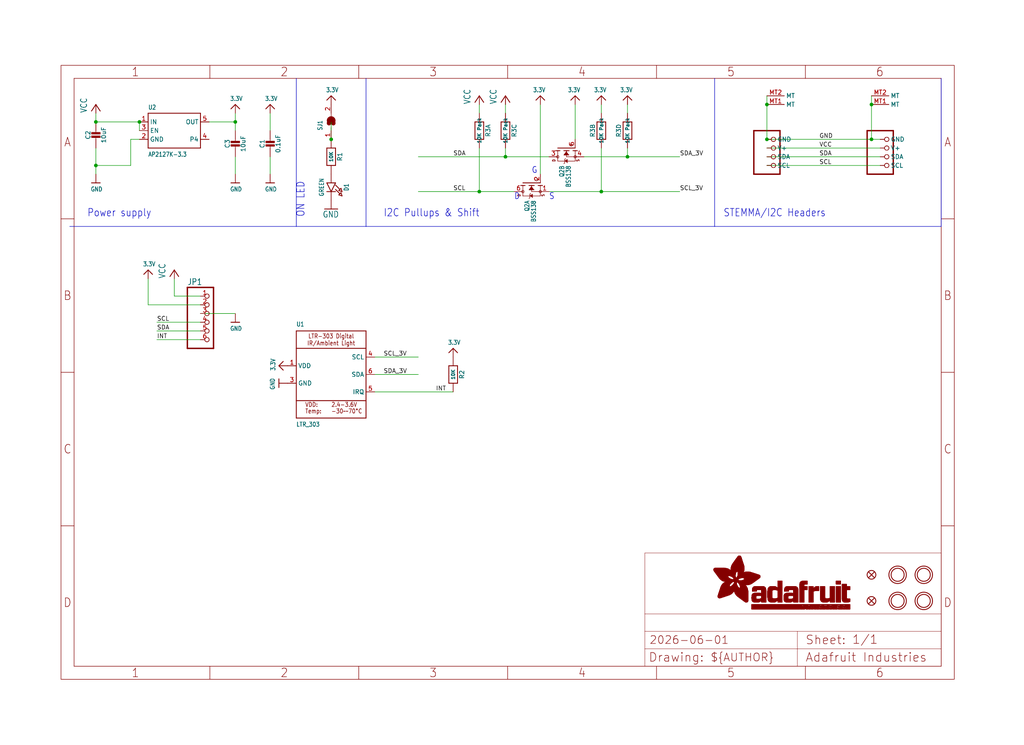
<source format=kicad_sch>
(kicad_sch (version 20230121) (generator eeschema)
  (paper "User" 298.45 217.322)
  (lib_symbols
    (symbol "working-eagle-import:3.3V" (power)
      (property "Value" "3.3V" (at -1.524 1.016 0))
      (symbol "3.3V_1_0"
        (pin power_in line (at 0 -2.54 90) (length 2.54) (name "3.3V") (number "1"))
      )
    )
    (symbol "working-eagle-import:CAP_CERAMIC0603_NO"
      (property "Reference" "C" (at -2.29 1.25 90))
      (symbol "CAP_CERAMIC0603_NO_1_0"
        (pin passive line (at 0 5.08 270) (length 2.54) (name "1") (number "1"))
        (pin passive line (at 0 -2.54 90) (length 2.54) (name "2") (number "2"))
      )
    )
    (symbol "working-eagle-import:CAP_CERAMIC0805-NOOUTLINE"
      (property "Reference" "C" (at -2.29 1.25 90))
      (symbol "CAP_CERAMIC0805-NOOUTLINE_1_0"
        (pin passive line (at 0 5.08 270) (length 2.54) (name "1") (number "1"))
        (pin passive line (at 0 -2.54 90) (length 2.54) (name "2") (number "2"))
      )
    )
    (symbol "working-eagle-import:FIDUCIAL_1MM")
    (symbol "working-eagle-import:FRAME_A4_ADAFRUIT"
      (symbol "FRAME_A4_ADAFRUIT_1_0"
        (text "${#}/${##}" (at 230.505 10.16 0) (effects (font (size 2.54 2.54)) (justify left bottom)))
        (text "${AUTHOR}" (at 189.23 5.08 0) (effects (font (size 2.286 2.286)) (justify left bottom)))
        (text "${CURRENT_DATE}" (at 171.45 10.16 0) (effects (font (size 2.286 2.286)) (justify left bottom)))
        (text "${PROJECTNAME}" (at 171.45 15.24 0) (effects (font (size 2.54 2.54)) (justify left bottom)))
        (text "1" (at 21.6958 1.905 0) (effects (font (size 2.54 2.286))))
        (text "1" (at 21.6958 177.165 0) (effects (font (size 2.54 2.286))))
        (text "2" (at 65.0875 1.905 0) (effects (font (size 2.54 2.286))))
        (text "2" (at 65.0875 177.165 0) (effects (font (size 2.54 2.286))))
        (text "3" (at 108.4792 1.905 0) (effects (font (size 2.54 2.286))))
        (text "3" (at 108.4792 177.165 0) (effects (font (size 2.54 2.286))))
        (text "4" (at 151.8708 1.905 0) (effects (font (size 2.54 2.286))))
        (text "4" (at 151.8708 177.165 0) (effects (font (size 2.54 2.286))))
        (text "5" (at 195.2625 1.905 0) (effects (font (size 2.54 2.286))))
        (text "5" (at 195.2625 177.165 0) (effects (font (size 2.54 2.286))))
        (text "6" (at 238.6542 1.905 0) (effects (font (size 2.54 2.286))))
        (text "6" (at 238.6542 177.165 0) (effects (font (size 2.54 2.286))))
        (text "A" (at 1.905 156.6863 0) (effects (font (size 2.54 2.286))))
        (text "A" (at 258.445 156.6863 0) (effects (font (size 2.54 2.286))))
        (text "Adafruit Industries" (at 216.916 4.953 0) (effects (font (size 2.54 2.54)) (justify left bottom)))
        (text "B" (at 1.905 111.9188 0) (effects (font (size 2.54 2.286))))
        (text "B" (at 258.445 111.9188 0) (effects (font (size 2.54 2.286))))
        (text "C" (at 1.905 67.1513 0) (effects (font (size 2.54 2.286))))
        (text "C" (at 258.445 67.1513 0) (effects (font (size 2.54 2.286))))
        (text "D" (at 1.905 22.3838 0) (effects (font (size 2.54 2.286))))
        (text "D" (at 258.445 22.3838 0) (effects (font (size 2.54 2.286))))
        (text "Drawing:" (at 171.196 4.953 0) (effects (font (size 2.54 2.54)) (justify left bottom)))
        (text "Sheet:" (at 216.916 10.033 0) (effects (font (size 2.54 2.54)) (justify left bottom)))
      )
    )
    (symbol "working-eagle-import:GND" (power)
      (property "Value" "GND" (at -1.524 -2.54 0))
      (symbol "GND_1_0"
        (pin power_in line (at 0 2.54 270) (length 2.54) (name "GND") (number "1"))
      )
    )
    (symbol "working-eagle-import:HEADER-1X670MIL"
      (property "Reference" "JP" (at -6.35 10.795 0))
      (symbol "HEADER-1X670MIL_1_0"
        (pin passive inverted (at -2.54 7.62 0) (length 2.54) (name "1") (number "1"))
        (pin passive inverted (at -2.54 5.08 0) (length 2.54) (name "2") (number "2"))
        (pin passive inverted (at -2.54 2.54 0) (length 2.54) (name "3") (number "3"))
        (pin passive inverted (at -2.54 0 0) (length 2.54) (name "4") (number "4"))
        (pin passive inverted (at -2.54 -2.54 0) (length 2.54) (name "5") (number "5"))
        (pin passive inverted (at -2.54 -5.08 0) (length 2.54) (name "6") (number "6"))
      )
    )
    (symbol "working-eagle-import:LED0603_NOOUTLINE"
      (property "Reference" "D" (at -1.27 4.445 0))
      (symbol "LED0603_NOOUTLINE_1_0"
        (pin passive line (at -5.08 0 0) (length 2.54) (name "A") (number "A"))
        (pin passive line (at 2.54 0 180) (length 2.54) (name "C") (number "C"))
      )
    )
    (symbol "working-eagle-import:LTR_303"
      (property "Reference" "X" (at -10.16 13.97 0))
      (symbol "LTR_303_1_0"
        (text "-30~~70°C" (at 0 -11.43 0) (effects (font (size 1.27 1.0795)) (justify left bottom)))
        (text "2.4-3.6V" (at 0 -9.525 0) (effects (font (size 1.27 1.0795)) (justify left bottom)))
        (text "LTR-303 Digital\nIR/Ambient Light" (at 0 10.16 0) (effects (font (size 1.27 1.0795))))
        (text "Temp:" (at -7.62 -11.43 0) (effects (font (size 1.27 1.0795)) (justify left bottom)))
        (text "VDD:" (at -7.62 -9.525 0) (effects (font (size 1.27 1.0795)) (justify left bottom)))
        (pin power_in line (at -12.7 2.54 0) (length 2.54) (name "VDD") (number "1"))
        (pin power_in line (at -12.7 -2.54 0) (length 2.54) (name "GND") (number "3"))
        (pin input line (at 12.7 5.08 180) (length 2.54) (name "SCL") (number "4"))
        (pin output line (at 12.7 -5.08 180) (length 2.54) (name "IRQ") (number "5"))
        (pin bidirectional line (at 12.7 0 180) (length 2.54) (name "SDA") (number "6"))
      )
    )
    (symbol "working-eagle-import:MOSFET-N_DUAL"
      (property "Reference" "Q" (at 5.08 0.635 0))
      (symbol "MOSFET-N_DUAL_1_0"
        (text "D" (at 3.175 3.175 0) (effects (font (size 0.8128 0.6908)) (justify left bottom)))
        (text "G" (at -1.27 -1.905 0) (effects (font (size 0.8128 0.6908)) (justify left bottom)))
        (text "S" (at 3.175 -3.81 0) (effects (font (size 0.8128 0.6908)) (justify left bottom)))
        (pin bidirectional line (at 2.54 -5.08 90) (length 2.54) (name "S") (number "1"))
        (pin bidirectional line (at -2.54 -2.54 0) (length 2.54) (name "G") (number "2"))
        (pin bidirectional line (at 2.54 5.08 270) (length 2.54) (name "D") (number "6"))
      )
      (symbol "MOSFET-N_DUAL_2_0"
        (text "D" (at 3.175 3.175 0) (effects (font (size 0.8128 0.6908)) (justify left bottom)))
        (text "G" (at -1.27 -1.905 0) (effects (font (size 0.8128 0.6908)) (justify left bottom)))
        (text "S" (at 3.175 -3.81 0) (effects (font (size 0.8128 0.6908)) (justify left bottom)))
        (pin bidirectional line (at 2.54 5.08 270) (length 2.54) (name "D") (number "3"))
        (pin bidirectional line (at 2.54 -5.08 90) (length 2.54) (name "S") (number "4"))
        (pin bidirectional line (at -2.54 -2.54 0) (length 2.54) (name "G") (number "5"))
      )
    )
    (symbol "working-eagle-import:MOUNTINGHOLE2.5")
    (symbol "working-eagle-import:RESISTOR_0603_NOOUT"
      (property "Reference" "R" (at 0 2.54 0))
      (symbol "RESISTOR_0603_NOOUT_1_0"
        (pin passive line (at -5.08 0 0) (length 2.54) (name "1") (number "1"))
        (pin passive line (at 5.08 0 180) (length 2.54) (name "2") (number "2"))
      )
    )
    (symbol "working-eagle-import:RESISTOR_4PACK"
      (property "Reference" "R" (at 0 2.54 0))
      (symbol "RESISTOR_4PACK_1_0"
        (pin passive line (at -5.08 0 0) (length 2.54) (name "1") (number "1"))
        (pin passive line (at 5.08 0 180) (length 2.54) (name "2") (number "8"))
      )
      (symbol "RESISTOR_4PACK_2_0"
        (pin passive line (at -5.08 0 0) (length 2.54) (name "1") (number "2"))
        (pin passive line (at 5.08 0 180) (length 2.54) (name "2") (number "7"))
      )
      (symbol "RESISTOR_4PACK_3_0"
        (pin passive line (at -5.08 0 0) (length 2.54) (name "1") (number "3"))
        (pin passive line (at 5.08 0 180) (length 2.54) (name "2") (number "6"))
      )
      (symbol "RESISTOR_4PACK_4_0"
        (pin passive line (at -5.08 0 0) (length 2.54) (name "1") (number "4"))
        (pin passive line (at 5.08 0 180) (length 2.54) (name "2") (number "5"))
      )
    )
    (symbol "working-eagle-import:SOLDERJUMPERCLOSED"
      (property "Reference" "SJ" (at -2.54 2.54 0))
      (symbol "SOLDERJUMPERCLOSED_1_0"
        (pin passive line (at -5.08 0 0) (length 2.54) (name "1") (number "1"))
        (pin passive line (at 5.08 0 180) (length 2.54) (name "2") (number "2"))
      )
    )
    (symbol "working-eagle-import:STEMMA_I2C_QT"
      (symbol "STEMMA_I2C_QT_1_0"
        (pin passive inverted (at 0 5.08 0) (length 2.54) (name "GND") (number "1"))
        (pin passive inverted (at 0 2.54 0) (length 2.54) (name "V+") (number "2"))
        (pin passive inverted (at 0 0 0) (length 2.54) (name "SDA") (number "3"))
        (pin passive inverted (at 0 -2.54 0) (length 2.54) (name "SCL") (number "4"))
      )
      (symbol "STEMMA_I2C_QT_2_0"
        (pin bidirectional line (at 0 0 0) (length 5.08) (name "MT") (number "MT1"))
      )
      (symbol "STEMMA_I2C_QT_3_0"
        (pin bidirectional line (at 0 0 0) (length 5.08) (name "MT") (number "MT2"))
      )
    )
    (symbol "working-eagle-import:VCC" (power)
      (property "Value" "VCC" (at -2.54 -2.54 90))
      (symbol "VCC_1_0"
        (pin power_in line (at 0 -2.54 90) (length 2.54) (name "VCC") (number "1"))
      )
    )
    (symbol "working-eagle-import:VREG_SOT23-5"
      (property "Reference" "U" (at -7.62 6.096 0))
      (symbol "VREG_SOT23-5_1_0"
        (pin power_in line (at -10.16 2.54 0) (length 2.54) (name "IN") (number "1"))
        (pin power_in line (at -10.16 -2.54 0) (length 2.54) (name "GND") (number "2"))
        (pin input line (at -10.16 0 0) (length 2.54) (name "EN") (number "3"))
        (pin bidirectional line (at 10.16 -2.54 180) (length 2.54) (name "P4") (number "4"))
        (pin power_in line (at 10.16 2.54 180) (length 2.54) (name "OUT") (number "5"))
      )
    )
    (symbol "working-eagle-import:supply1_GND" (power)
      (property "Value" "supply1_GND" (at -2.54 -2.54 0))
      (symbol "supply1_GND_1_0"
        (pin power_in line (at 0 2.54 270) (length 2.54) (name "GND") (number "1"))
      )
    )
  )
  (junction (at 223.52 30.48))
  (junction (at 147.32 45.72))
  (junction (at 175.26 55.88))
  (junction (at 68.58 35.56))
  (junction (at 254 40.64))
  (junction (at 27.94 35.56))
  (junction (at 139.7 55.88))
  (junction (at 27.94 48.26))
  (junction (at 182.88 45.72))
  (junction (at 40.64 35.56))
  (junction (at 254 30.48))
  (junction (at 223.52 40.64))
  (junction (at 96.52 40.64))
  (wire (pts (xy 147.32 45.72) (xy 121.92 45.72)) (stroke (width 0.1524)))
  (polyline (pts (xy 106.68 22.86) (xy 106.68 66.04)) (stroke (width 0.1524) (type solid)))
  (wire (pts (xy 147.32 43.18) (xy 147.32 45.72)) (stroke (width 0.1524)))
  (wire (pts (xy 254 27.94) (xy 254 30.48)) (stroke (width 0.1524)))
  (wire (pts (xy 223.52 48.26) (xy 256.54 48.26)) (stroke (width 0.1524)))
  (wire (pts (xy 58.42 91.44) (xy 68.58 91.44)) (stroke (width 0.1524)))
  (polyline (pts (xy 274.32 22.86) (xy 274.32 66.04)) (stroke (width 0.1524) (type solid)))
  (wire (pts (xy 43.18 88.9) (xy 43.18 81.28)) (stroke (width 0.1524)))
  (wire (pts (xy 160.02 45.72) (xy 147.32 45.72)) (stroke (width 0.1524)))
  (wire (pts (xy 68.58 35.56) (xy 68.58 33.02)) (stroke (width 0.1524)))
  (wire (pts (xy 58.42 99.06) (xy 45.72 99.06)) (stroke (width 0.1524)))
  (wire (pts (xy 256.54 40.64) (xy 254 40.64)) (stroke (width 0.1524)))
  (polyline (pts (xy 106.68 66.04) (xy 208.28 66.04)) (stroke (width 0.1524) (type solid)))
  (wire (pts (xy 50.8 86.36) (xy 50.8 81.28)) (stroke (width 0.1524)))
  (wire (pts (xy 68.58 35.56) (xy 68.58 38.1)) (stroke (width 0.1524)))
  (wire (pts (xy 254 40.64) (xy 223.52 40.64)) (stroke (width 0.1524)))
  (wire (pts (xy 182.88 43.18) (xy 182.88 45.72)) (stroke (width 0.1524)))
  (wire (pts (xy 147.32 33.02) (xy 147.32 30.48)) (stroke (width 0.1524)))
  (wire (pts (xy 58.42 93.98) (xy 45.72 93.98)) (stroke (width 0.1524)))
  (wire (pts (xy 40.64 40.64) (xy 38.1 40.64)) (stroke (width 0.1524)))
  (wire (pts (xy 254 30.48) (xy 254 40.64)) (stroke (width 0.1524)))
  (wire (pts (xy 175.26 33.02) (xy 175.26 30.48)) (stroke (width 0.1524)))
  (wire (pts (xy 38.1 40.64) (xy 38.1 48.26)) (stroke (width 0.1524)))
  (wire (pts (xy 149.86 55.88) (xy 139.7 55.88)) (stroke (width 0.1524)))
  (wire (pts (xy 167.64 40.64) (xy 167.64 30.48)) (stroke (width 0.1524)))
  (wire (pts (xy 78.74 45.72) (xy 78.74 50.8)) (stroke (width 0.1524)))
  (wire (pts (xy 109.22 104.14) (xy 121.92 104.14)) (stroke (width 0.1524)))
  (wire (pts (xy 27.94 48.26) (xy 27.94 43.18)) (stroke (width 0.1524)))
  (wire (pts (xy 109.22 114.3) (xy 132.08 114.3)) (stroke (width 0.1524)))
  (polyline (pts (xy 86.36 22.86) (xy 86.36 66.04)) (stroke (width 0.1524) (type solid)))
  (polyline (pts (xy 86.36 66.04) (xy 106.68 66.04)) (stroke (width 0.1524) (type solid)))
  (wire (pts (xy 58.42 96.52) (xy 45.72 96.52)) (stroke (width 0.1524)))
  (wire (pts (xy 223.52 27.94) (xy 223.52 30.48)) (stroke (width 0.1524)))
  (wire (pts (xy 27.94 48.26) (xy 27.94 50.8)) (stroke (width 0.1524)))
  (polyline (pts (xy 208.28 66.04) (xy 274.32 66.04)) (stroke (width 0.1524) (type solid)))
  (wire (pts (xy 60.96 35.56) (xy 68.58 35.56)) (stroke (width 0.1524)))
  (wire (pts (xy 27.94 33.02) (xy 27.94 35.56)) (stroke (width 0.1524)))
  (wire (pts (xy 68.58 45.72) (xy 68.58 50.8)) (stroke (width 0.1524)))
  (polyline (pts (xy 20.32 66.04) (xy 86.36 66.04)) (stroke (width 0.1524) (type solid)))
  (wire (pts (xy 40.64 38.1) (xy 40.64 35.56)) (stroke (width 0.1524)))
  (wire (pts (xy 175.26 43.18) (xy 175.26 55.88)) (stroke (width 0.1524)))
  (wire (pts (xy 139.7 30.48) (xy 139.7 33.02)) (stroke (width 0.1524)))
  (wire (pts (xy 256.54 45.72) (xy 223.52 45.72)) (stroke (width 0.1524)))
  (wire (pts (xy 139.7 55.88) (xy 121.92 55.88)) (stroke (width 0.1524)))
  (wire (pts (xy 38.1 48.26) (xy 27.94 48.26)) (stroke (width 0.1524)))
  (wire (pts (xy 157.48 50.8) (xy 157.48 30.48)) (stroke (width 0.1524)))
  (wire (pts (xy 170.18 45.72) (xy 182.88 45.72)) (stroke (width 0.1524)))
  (wire (pts (xy 58.42 88.9) (xy 43.18 88.9)) (stroke (width 0.1524)))
  (wire (pts (xy 96.52 40.64) (xy 96.52 35.6362)) (stroke (width 0.1524)))
  (wire (pts (xy 160.02 55.88) (xy 175.26 55.88)) (stroke (width 0.1524)))
  (wire (pts (xy 182.88 33.02) (xy 182.88 30.48)) (stroke (width 0.1524)))
  (wire (pts (xy 121.92 109.22) (xy 109.22 109.22)) (stroke (width 0.1524)))
  (wire (pts (xy 182.88 45.72) (xy 198.12 45.72)) (stroke (width 0.1524)))
  (polyline (pts (xy 208.28 22.86) (xy 208.28 66.04)) (stroke (width 0.1524) (type solid)))
  (wire (pts (xy 78.74 33.02) (xy 78.74 38.1)) (stroke (width 0.1524)))
  (wire (pts (xy 139.7 43.18) (xy 139.7 55.88)) (stroke (width 0.1524)))
  (wire (pts (xy 223.52 30.48) (xy 223.52 40.64)) (stroke (width 0.1524)))
  (wire (pts (xy 58.42 86.36) (xy 50.8 86.36)) (stroke (width 0.1524)))
  (wire (pts (xy 223.52 43.18) (xy 256.54 43.18)) (stroke (width 0.1524)))
  (wire (pts (xy 175.26 55.88) (xy 198.12 55.88)) (stroke (width 0.1524)))
  (wire (pts (xy 40.64 35.56) (xy 27.94 35.56)) (stroke (width 0.1524)))
  (text "I2C Pullups & Shift" (at 111.76 63.5 0) (effects (font (size 2.1844 1.8567)) (justify left bottom)))
  (text "STEMMA/I2C Headers" (at 210.82 63.5 0) (effects (font (size 2.1844 1.8567)) (justify left bottom)))
  (text "ON LED" (at 88.9 63.5 90) (effects (font (size 2.1844 1.8567)) (justify left bottom)))
  (text "S" (at 160.02 58.42 0) (effects (font (size 1.778 1.5113)) (justify left bottom)))
  (text "D" (at 149.86 58.42 0) (effects (font (size 1.778 1.5113)) (justify left bottom)))
  (text "G" (at 154.94 50.8 0) (effects (font (size 1.778 1.5113)) (justify left bottom)))
  (text "Power supply" (at 25.4 63.5 0) (effects (font (size 2.1844 1.8567)) (justify left bottom)))
  (label "VCC" (at 238.76 43.18 0) (effects (font (size 1.2446 1.2446))))
  (label "SCL" (at 238.76 48.26 0) (effects (font (size 1.2446 1.2446))))
  (label "SDA" (at 45.72 96.52 0) (effects (font (size 1.2446 1.2446))))
  (label "SDA_3V" (at 111.76 109.22 0) (effects (font (size 1.2446 1.2446))))
  (label "SDA" (at 132.08 45.72 0) (effects (font (size 1.2446 1.2446))))
  (label "INT" (at 127 114.3 0) (effects (font (size 1.2446 1.2446))))
  (label "INT" (at 45.72 99.06 0) (effects (font (size 1.2446 1.2446))))
  (label "SDA_3V" (at 198.12 45.72 0) (effects (font (size 1.2446 1.2446))))
  (label "SCL_3V" (at 111.76 104.14 0) (effects (font (size 1.2446 1.2446))))
  (label "SCL" (at 132.08 55.88 0) (effects (font (size 1.2446 1.2446))))
  (label "GND" (at 238.76 40.64 0) (effects (font (size 1.2446 1.2446))))
  (label "SDA" (at 238.76 45.72 0) (effects (font (size 1.2446 1.2446))))
  (label "SCL" (at 45.72 93.98 0) (effects (font (size 1.2446 1.2446))))
  (label "SCL_3V" (at 198.12 55.88 0) (effects (font (size 1.2446 1.2446))))
  (symbol (lib_id "working-eagle-import:VCC") (at 50.8 78.74 0) (unit 1)
    (property "Reference" "#P+4" (effects hide))
    (property "Value" "VCC" (at 48.26 81.28 90) (effects (font (size 1.778 1.5113)) (justify left bottom)))
  )
  (symbol (lib_id "working-eagle-import:RESISTOR_4PACK") (at 175.26 38.1 90) (mirror x) (unit 2)
    (property "Reference" "R3" (at 172.72 38.1 0))
    (property "Value" "10K Pack" (at 175.26 38.1 0) (effects (font (size 1.016 1.016) bold)))
    (property "Footprint" "working:RESPACK_4X0603" (effects hide))
  )
  (symbol (lib_id "working-eagle-import:RESISTOR_4PACK") (at 182.88 38.1 90) (mirror x) (unit 4)
    (property "Reference" "R3" (at 180.34 38.1 0))
    (property "Value" "10K Pack" (at 182.88 38.1 0) (effects (font (size 1.016 1.016) bold)))
    (property "Footprint" "working:RESPACK_4X0603" (effects hide))
  )
  (symbol (lib_id "working-eagle-import:3.3V") (at 68.58 30.48 0) (unit 1)
    (property "Reference" "#U$15" (effects hide))
    (property "Value" "3.3V" (at 67.056 29.464 0) (effects (font (size 1.27 1.0795)) (justify left bottom)))
  )
  (symbol (lib_id "working-eagle-import:CAP_CERAMIC0603_NO") (at 78.74 43.18 0) (unit 1)
    (property "Reference" "C1" (at 76.45 41.93 90))
    (property "Value" "0.1uF" (at 81.04 41.93 90))
    (property "Footprint" "working:0603-NO" (effects hide))
  )
  (symbol (lib_id "working-eagle-import:3.3V") (at 157.48 27.94 0) (mirror y) (unit 1)
    (property "Reference" "#U$26" (effects hide))
    (property "Value" "3.3V" (at 159.004 26.924 0) (effects (font (size 1.27 1.0795)) (justify left bottom)))
  )
  (symbol (lib_id "working-eagle-import:CAP_CERAMIC0805-NOOUTLINE") (at 27.94 40.64 0) (unit 1)
    (property "Reference" "C2" (at 25.65 39.39 90))
    (property "Value" "10uF" (at 30.24 39.39 90))
    (property "Footprint" "working:0805-NO" (effects hide))
  )
  (symbol (lib_id "working-eagle-import:FIDUCIAL_1MM") (at 254 175.26 0) (unit 1)
    (property "Reference" "FID3" (effects hide))
    (property "Value" "FIDUCIAL_1MM" (effects hide))
    (property "Footprint" "working:FIDUCIAL_1MM" (effects hide))
  )
  (symbol (lib_id "working-eagle-import:3.3V") (at 132.08 101.6 0) (unit 1)
    (property "Reference" "#U$2" (effects hide))
    (property "Value" "3.3V" (at 130.556 100.584 0) (effects (font (size 1.27 1.0795)) (justify left bottom)))
  )
  (symbol (lib_id "working-eagle-import:3.3V") (at 81.28 106.68 90) (unit 1)
    (property "Reference" "#U$4" (effects hide))
    (property "Value" "3.3V" (at 80.264 108.204 0) (effects (font (size 1.27 1.0795)) (justify left bottom)))
  )
  (symbol (lib_id "working-eagle-import:SOLDERJUMPERCLOSED") (at 96.52 35.56 90) (unit 1)
    (property "Reference" "SJ1" (at 93.98 38.1 0) (effects (font (size 1.27 1.0795)) (justify left bottom)))
    (property "Value" "SOLDERJUMPERCLOSED" (effects hide))
    (property "Footprint" "working:SOLDERJUMPER_CLOSEDWIRE" (effects hide))
  )
  (symbol (lib_id "working-eagle-import:STEMMA_I2C_QT") (at 254 27.94 0) (unit 3)
    (property "Reference" "CONN4" (effects hide))
    (property "Value" "STEMMA_I2C_QT" (effects hide))
    (property "Footprint" "working:JST_SH4" (effects hide))
  )
  (symbol (lib_id "working-eagle-import:STEMMA_I2C_QT") (at 223.52 45.72 0) (unit 1)
    (property "Reference" "CONN3" (effects hide))
    (property "Value" "STEMMA_I2C_QT" (effects hide))
    (property "Footprint" "working:JST_SH4" (effects hide))
  )
  (symbol (lib_id "working-eagle-import:MOUNTINGHOLE2.5") (at 269.24 167.64 0) (unit 1)
    (property "Reference" "U$19" (effects hide))
    (property "Value" "MOUNTINGHOLE2.5" (effects hide))
    (property "Footprint" "working:MOUNTINGHOLE_2.5_PLATED" (effects hide))
  )
  (symbol (lib_id "working-eagle-import:CAP_CERAMIC0805-NOOUTLINE") (at 68.58 43.18 0) (unit 1)
    (property "Reference" "C3" (at 66.29 41.93 90))
    (property "Value" "10uF" (at 70.88 41.93 90))
    (property "Footprint" "working:0805-NO" (effects hide))
  )
  (symbol (lib_id "working-eagle-import:HEADER-1X670MIL") (at 60.96 93.98 0) (unit 1)
    (property "Reference" "JP1" (at 54.61 83.185 0) (effects (font (size 1.778 1.5113)) (justify left bottom)))
    (property "Value" "HEADER-1X670MIL" (effects hide))
    (property "Footprint" "working:1X06_ROUND_70" (effects hide))
  )
  (symbol (lib_id "working-eagle-import:3.3V") (at 167.64 27.94 0) (mirror y) (unit 1)
    (property "Reference" "#U$23" (effects hide))
    (property "Value" "3.3V" (at 169.164 26.924 0) (effects (font (size 1.27 1.0795)) (justify left bottom)))
  )
  (symbol (lib_id "working-eagle-import:LTR_303") (at 96.52 109.22 0) (unit 1)
    (property "Reference" "U1" (at 86.36 95.25 0) (effects (font (size 1.27 1.0795)) (justify left bottom)))
    (property "Value" "LTR_303" (at 86.36 124.46 0) (effects (font (size 1.27 1.0795)) (justify left bottom)))
    (property "Footprint" "working:LTR390" (effects hide))
  )
  (symbol (lib_id "working-eagle-import:3.3V") (at 96.52 27.94 0) (unit 1)
    (property "Reference" "#U$3" (effects hide))
    (property "Value" "3.3V" (at 94.996 26.924 0) (effects (font (size 1.27 1.0795)) (justify left bottom)))
  )
  (symbol (lib_id "working-eagle-import:RESISTOR_0603_NOOUT") (at 132.08 109.22 270) (unit 1)
    (property "Reference" "R2" (at 134.62 109.22 0))
    (property "Value" "10K" (at 132.08 109.22 0) (effects (font (size 1.016 1.016) bold)))
    (property "Footprint" "working:0603-NO" (effects hide))
  )
  (symbol (lib_id "working-eagle-import:GND") (at 27.94 53.34 0) (unit 1)
    (property "Reference" "#U$13" (effects hide))
    (property "Value" "GND" (at 26.416 55.88 0) (effects (font (size 1.27 1.0795)) (justify left bottom)))
  )
  (symbol (lib_id "working-eagle-import:MOSFET-N_DUAL") (at 165.1 43.18 90) (mirror x) (unit 2)
    (property "Reference" "Q2" (at 164.465 48.26 0) (effects (font (size 1.27 1.0795)) (justify left bottom)))
    (property "Value" "BSS138" (at 166.37 48.26 0) (effects (font (size 1.27 1.0795)) (justify left bottom)))
    (property "Footprint" "working:SOT363" (effects hide))
  )
  (symbol (lib_id "working-eagle-import:GND") (at 68.58 53.34 0) (unit 1)
    (property "Reference" "#U$5" (effects hide))
    (property "Value" "GND" (at 67.056 55.88 0) (effects (font (size 1.27 1.0795)) (justify left bottom)))
  )
  (symbol (lib_id "working-eagle-import:FRAME_A4_ADAFRUIT") (at 17.78 198.12 0) (unit 1)
    (property "Reference" "#U$18" (effects hide))
    (property "Value" "FRAME_A4_ADAFRUIT" (effects hide))
  )
  (symbol (lib_id "working-eagle-import:GND") (at 81.28 111.76 270) (unit 1)
    (property "Reference" "#U$11" (effects hide))
    (property "Value" "GND" (at 78.74 110.236 0) (effects (font (size 1.27 1.0795)) (justify left bottom)))
  )
  (symbol (lib_id "working-eagle-import:RESISTOR_4PACK") (at 139.7 38.1 270) (unit 1)
    (property "Reference" "R3" (at 142.24 38.1 0))
    (property "Value" "10K Pack" (at 139.7 38.1 0) (effects (font (size 1.016 1.016) bold)))
    (property "Footprint" "working:RESPACK_4X0603" (effects hide))
  )
  (symbol (lib_id "working-eagle-import:RESISTOR_0603_NOOUT") (at 96.52 45.72 270) (unit 1)
    (property "Reference" "R1" (at 99.06 45.72 0))
    (property "Value" "10K" (at 96.52 45.72 0) (effects (font (size 1.016 1.016) bold)))
    (property "Footprint" "working:0603-NO" (effects hide))
  )
  (symbol (lib_id "working-eagle-import:GND") (at 68.58 93.98 0) (unit 1)
    (property "Reference" "#U$10" (effects hide))
    (property "Value" "GND" (at 67.056 96.52 0) (effects (font (size 1.27 1.0795)) (justify left bottom)))
  )
  (symbol (lib_id "working-eagle-import:3.3V") (at 43.18 78.74 0) (unit 1)
    (property "Reference" "#U$16" (effects hide))
    (property "Value" "3.3V" (at 41.656 77.724 0) (effects (font (size 1.27 1.0795)) (justify left bottom)))
  )
  (symbol (lib_id "working-eagle-import:STEMMA_I2C_QT") (at 254 30.48 0) (unit 2)
    (property "Reference" "CONN4" (effects hide))
    (property "Value" "STEMMA_I2C_QT" (effects hide))
    (property "Footprint" "working:JST_SH4" (effects hide))
  )
  (symbol (lib_id "working-eagle-import:3.3V") (at 175.26 27.94 0) (mirror y) (unit 1)
    (property "Reference" "#U$24" (effects hide))
    (property "Value" "3.3V" (at 176.784 26.924 0) (effects (font (size 1.27 1.0795)) (justify left bottom)))
  )
  (symbol (lib_id "working-eagle-import:supply1_GND") (at 96.52 60.96 0) (unit 1)
    (property "Reference" "#GND6" (effects hide))
    (property "Value" "GND" (at 93.98 63.5 0) (effects (font (size 1.778 1.5113)) (justify left bottom)))
  )
  (symbol (lib_id "working-eagle-import:MOUNTINGHOLE2.5") (at 261.62 175.26 0) (unit 1)
    (property "Reference" "U$1" (effects hide))
    (property "Value" "MOUNTINGHOLE2.5" (effects hide))
    (property "Footprint" "working:MOUNTINGHOLE_2.5_PLATED" (effects hide))
  )
  (symbol (lib_id "working-eagle-import:3.3V") (at 78.74 30.48 0) (unit 1)
    (property "Reference" "#U$14" (effects hide))
    (property "Value" "3.3V" (at 77.216 29.464 0) (effects (font (size 1.27 1.0795)) (justify left bottom)))
  )
  (symbol (lib_id "working-eagle-import:VREG_SOT23-5") (at 50.8 38.1 0) (unit 1)
    (property "Reference" "U2" (at 43.18 32.004 0) (effects (font (size 1.27 1.0795)) (justify left bottom)))
    (property "Value" "AP2127K-3.3" (at 43.18 45.72 0) (effects (font (size 1.27 1.0795)) (justify left bottom)))
    (property "Footprint" "working:SOT23-5" (effects hide))
  )
  (symbol (lib_id "working-eagle-import:MOUNTINGHOLE2.5") (at 261.62 167.64 0) (unit 1)
    (property "Reference" "U$17" (effects hide))
    (property "Value" "MOUNTINGHOLE2.5" (effects hide))
    (property "Footprint" "working:MOUNTINGHOLE_2.5_PLATED" (effects hide))
  )
  (symbol (lib_id "working-eagle-import:FIDUCIAL_1MM") (at 254 167.64 0) (unit 1)
    (property "Reference" "FID4" (effects hide))
    (property "Value" "FIDUCIAL_1MM" (effects hide))
    (property "Footprint" "working:FIDUCIAL_1MM" (effects hide))
  )
  (symbol (lib_id "working-eagle-import:VCC") (at 139.7 27.94 0) (unit 1)
    (property "Reference" "#P+1" (effects hide))
    (property "Value" "VCC" (at 137.16 30.48 90) (effects (font (size 1.778 1.5113)) (justify left bottom)))
  )
  (symbol (lib_id "working-eagle-import:VCC") (at 27.94 30.48 0) (unit 1)
    (property "Reference" "#P+3" (effects hide))
    (property "Value" "VCC" (at 25.4 33.02 90) (effects (font (size 1.778 1.5113)) (justify left bottom)))
  )
  (symbol (lib_id "working-eagle-import:3.3V") (at 182.88 27.94 0) (mirror y) (unit 1)
    (property "Reference" "#U$7" (effects hide))
    (property "Value" "3.3V" (at 184.404 26.924 0) (effects (font (size 1.27 1.0795)) (justify left bottom)))
  )
  (symbol (lib_id "working-eagle-import:STEMMA_I2C_QT") (at 223.52 30.48 0) (unit 2)
    (property "Reference" "CONN3" (effects hide))
    (property "Value" "STEMMA_I2C_QT" (effects hide))
    (property "Footprint" "working:JST_SH4" (effects hide))
  )
  (symbol (lib_id "working-eagle-import:LED0603_NOOUTLINE") (at 96.52 55.88 270) (unit 1)
    (property "Reference" "D1" (at 100.965 54.61 0) (effects (font (size 1.27 1.0795))))
    (property "Value" "GREEN" (at 93.726 54.61 0) (effects (font (size 1.27 1.0795))))
    (property "Footprint" "working:CHIPLED_0603_NOOUTLINE" (effects hide))
  )
  (symbol (lib_id "working-eagle-import:GND") (at 78.74 53.34 0) (unit 1)
    (property "Reference" "#U$6" (effects hide))
    (property "Value" "GND" (at 77.216 55.88 0) (effects (font (size 1.27 1.0795)) (justify left bottom)))
  )
  (symbol (lib_id "working-eagle-import:MOUNTINGHOLE2.5") (at 269.24 175.26 0) (unit 1)
    (property "Reference" "U$21" (effects hide))
    (property "Value" "MOUNTINGHOLE2.5" (effects hide))
    (property "Footprint" "working:MOUNTINGHOLE_2.5_PLATED" (effects hide))
  )
  (symbol (lib_id "working-eagle-import:RESISTOR_4PACK") (at 147.32 38.1 270) (unit 3)
    (property "Reference" "R3" (at 149.86 38.1 0))
    (property "Value" "10K Pack" (at 147.32 38.1 0) (effects (font (size 1.016 1.016) bold)))
    (property "Footprint" "working:RESPACK_4X0603" (effects hide))
  )
  (symbol (lib_id "working-eagle-import:STEMMA_I2C_QT") (at 256.54 45.72 0) (unit 1)
    (property "Reference" "CONN4" (effects hide))
    (property "Value" "STEMMA_I2C_QT" (effects hide))
    (property "Footprint" "working:JST_SH4" (effects hide))
  )
  (symbol (lib_id "working-eagle-import:STEMMA_I2C_QT") (at 223.52 27.94 0) (unit 3)
    (property "Reference" "CONN3" (effects hide))
    (property "Value" "STEMMA_I2C_QT" (effects hide))
    (property "Footprint" "working:JST_SH4" (effects hide))
  )
  (symbol (lib_id "working-eagle-import:MOSFET-N_DUAL") (at 154.94 53.34 90) (mirror x) (unit 1)
    (property "Reference" "Q2" (at 154.305 58.42 0) (effects (font (size 1.27 1.0795)) (justify left bottom)))
    (property "Value" "BSS138" (at 156.21 58.42 0) (effects (font (size 1.27 1.0795)) (justify left bottom)))
    (property "Footprint" "working:SOT363" (effects hide))
  )
  (symbol (lib_id "working-eagle-import:VCC") (at 147.32 27.94 0) (unit 1)
    (property "Reference" "#P+2" (effects hide))
    (property "Value" "VCC" (at 144.78 30.48 90) (effects (font (size 1.778 1.5113)) (justify left bottom)))
  )
)
</source>
